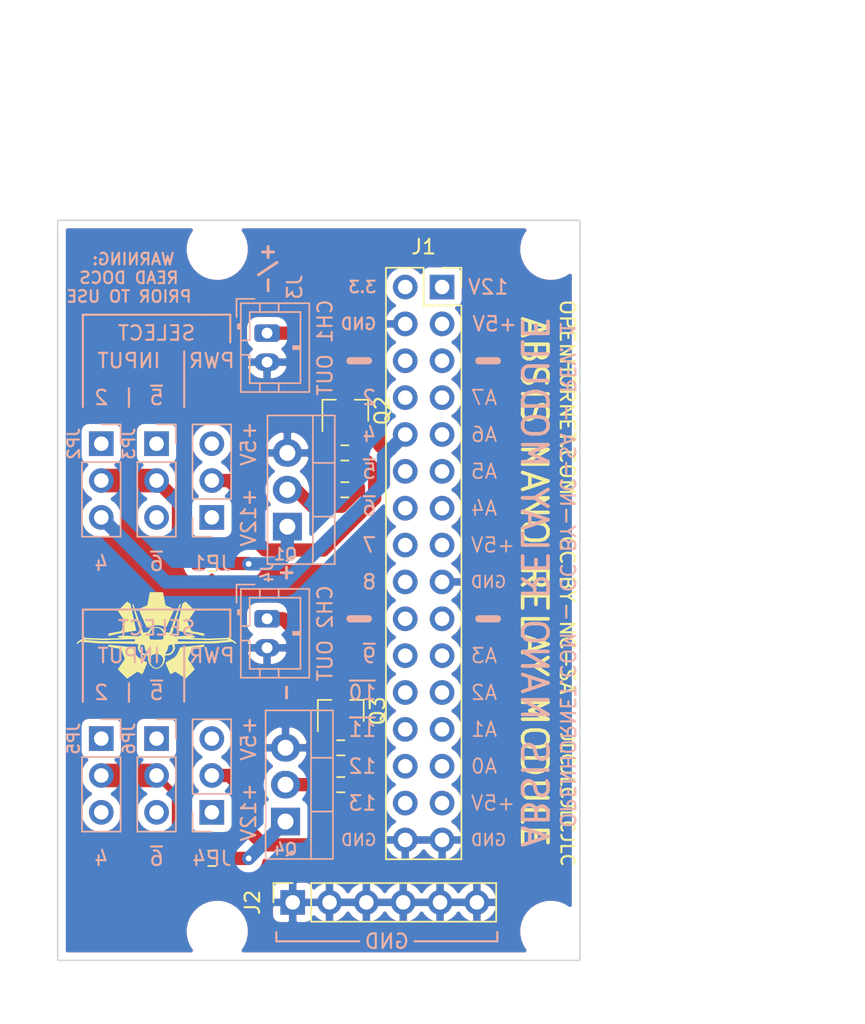
<source format=kicad_pcb>
(kicad_pcb (version 20171130) (host pcbnew "(5.1.9)-1")
  (title_block (title "ABSIS NANO 2.0") (date "jeu. 02 avril 2015") (rev 1) (company OPENHORNET) (comment 1 "CC BY-NC-SA"))
  (layers (0 F.Cu mixed) (1 In1.Cu mixed) (2 In2.Cu mixed) (31 B.Cu mixed) (34 B.Paste user) (35 F.Paste user) (36 B.SilkS user) (37 F.SilkS user) (38 B.Mask user) (39 F.Mask user) (44 Edge.Cuts user))
  (net 0 "")
  (net 1 GND)
  (net 2 /2)
  (net 3 /4)
  (net 4 "/5(**)")
  (net 5 "/6(**)")
  (net 6 /7)
  (net 7 /8)
  (net 8 "/9(**)")
  (net 9 "/10(**/SS)")
  (net 10 /A7)
  (net 11 /A6)
  (net 12 /A5)
  (net 13 /A4)
  (net 14 /A3)
  (net 15 /A2)
  (net 16 /A1)
  (net 17 /A0)
  (net 18 "/13(SCK)")
  (net 19 "/11(**/MOSI)")
  (net 20 "/12(MISO)")
  (net 21 /+12V_SUPPLY)
  (net 22 /+5V_SUPPLY)
  (net 23 /+3.3V_SUPPLY)
  (net 24 "Net-(J1-Pad20)")
  (net 25 "Net-(J1-Pad19)")
  (net 26 "Net-(J1-Pad6)")
  (net 27 "Net-(J1-Pad5)")
  (net 28 /CH1_OUT)
  (net 29 /CH2_OUT)
  (net 30 /CH1_V+)
  (net 31 /CH2_V+)
  (net 32 "Net-(Q1-Pad2)")
  (net 33 "Net-(Q1-Pad1)")
  (net 34 "Net-(Q2-Pad1)")
  (net 35 "Net-(Q3-Pad1)")
  (net 36 "Net-(Q4-Pad2)")
  (net 37 "Net-(Q4-Pad1)")
  (net 38 /CH1_CTRL)
  (net 39 /CH2_CTRL)
  (net 40 "Net-(J1-Pad29)")
  (net 41 "Net-(J1-Pad15)")
  (module Connector_PinHeader_2.54mm:PinHeader_1x03_P2.54mm_Vertical (layer B.Cu) (at 128.625 99.525 180)
    (fp_text reference JP6 (at 1.905 0 90) (layer B.SilkS) (effects (font (size 0.8 0.8)) (justify mirror)))
    (fp_text value "CH2 SEL B")
    (pad 3 thru_hole oval (at 0 -5.08 180) (size 1.7 1.7) (drill 1) (layers *.Cu *.Mask) (net 5 "/6(**)"))
    (pad 2 thru_hole oval (at 0 -2.54 180) (size 1.7 1.7) (drill 1) (layers *.Cu *.Mask) (net 39 /CH2_CTRL))
    (pad 1 thru_hole rect (at 0 0 180) (size 1.7 1.7) (drill 1) (layers *.Cu *.Mask) (net 4 "/5(**)"))
  )
  (module Connector_PinHeader_2.54mm:PinHeader_1x03_P2.54mm_Vertical (layer B.Cu) (at 124.815 99.525 180)
    (fp_text reference JP5 (at 1.905 0 90) (layer B.SilkS) (effects (font (size 0.8 0.8)) (justify mirror)))
    (fp_text value "CH2 SEL A")
    (pad 3 thru_hole oval (at 0 -5.08 180) (size 1.7 1.7) (drill 1) (layers *.Cu *.Mask) (net 3 /4))
    (pad 2 thru_hole oval (at 0 -2.54 180) (size 1.7 1.7) (drill 1) (layers *.Cu *.Mask) (net 39 /CH2_CTRL))
    (pad 1 thru_hole rect (at 0 0 180) (size 1.7 1.7) (drill 1) (layers *.Cu *.Mask) (net 2 /2))
  )
  (module Connector_PinHeader_2.54mm:PinHeader_1x03_P2.54mm_Vertical (layer B.Cu) (at 128.625 79.205 180)
    (fp_text reference JP3 (at 1.905 0 270) (layer B.SilkS) (effects (font (size 0.8 0.8)) (justify mirror)))
    (fp_text value "CH1 SEL B")
    (pad 3 thru_hole oval (at 0 -5.08 180) (size 1.7 1.7) (drill 1) (layers *.Cu *.Mask) (net 5 "/6(**)"))
    (pad 2 thru_hole oval (at 0 -2.54 180) (size 1.7 1.7) (drill 1) (layers *.Cu *.Mask) (net 38 /CH1_CTRL))
    (pad 1 thru_hole rect (at 0 0 180) (size 1.7 1.7) (drill 1) (layers *.Cu *.Mask) (net 4 "/5(**)"))
  )
  (module Connector_PinHeader_2.54mm:PinHeader_1x03_P2.54mm_Vertical (layer B.Cu) (at 124.815 79.205 180)
    (fp_text reference JP2 (at 1.905 0 270) (layer B.SilkS) (effects (font (size 0.8 0.8)) (justify mirror)))
    (fp_text value "CH1 SEL A")
    (pad 3 thru_hole oval (at 0 -5.08 180) (size 1.7 1.7) (drill 1) (layers *.Cu *.Mask) (net 3 /4))
    (pad 2 thru_hole oval (at 0 -2.54 180) (size 1.7 1.7) (drill 1) (layers *.Cu *.Mask) (net 38 /CH1_CTRL))
    (pad 1 thru_hole rect (at 0 0 180) (size 1.7 1.7) (drill 1) (layers *.Cu *.Mask) (net 2 /2))
  )
  (module Resistor_SMD:R_0603_1608Metric_Pad0.98x0.95mm_HandSolder (layer F.Cu) (at 132.435 107.78)
    (fp_text reference R6)
    (fp_text value 10K)
    (pad 2 smd roundrect (at 0.9125 0) (size 0.975 0.95) (layers F.Cu F.Paste F.Mask) (net 37 "Net-(Q4-Pad1)"))
    (pad 1 smd roundrect (at -0.9125 0) (size 0.975 0.95) (layers F.Cu F.Paste F.Mask) (net 39 /CH2_CTRL))
  )
  (module Resistor_SMD:R_0603_1608Metric_Pad0.98x0.95mm_HandSolder (layer F.Cu) (at 141.325 102.7 180)
    (fp_text reference R5)
    (fp_text value 10K)
    (pad 2 smd roundrect (at 0.9125 0 180) (size 0.975 0.95) (layers F.Cu F.Paste F.Mask) (net 36 "Net-(Q4-Pad2)"))
    (pad 1 smd roundrect (at -0.9125 0 180) (size 0.975 0.95) (layers F.Cu F.Paste F.Mask) (net 35 "Net-(Q3-Pad1)"))
  )
  (module Resistor_SMD:R_0603_1608Metric_Pad0.98x0.95mm_HandSolder (layer F.Cu) (at 141.325 100.16)
    (fp_text reference R4)
    (fp_text value 10K)
    (pad 2 smd roundrect (at 0.9125 0) (size 0.975 0.95) (layers F.Cu F.Paste F.Mask) (net 31 /CH2_V+))
    (pad 1 smd roundrect (at -0.9125 0) (size 0.975 0.95) (layers F.Cu F.Paste F.Mask) (net 35 "Net-(Q3-Pad1)"))
  )
  (module Resistor_SMD:R_0603_1608Metric_Pad0.98x0.95mm_HandSolder (layer F.Cu) (at 132.435 87.46)
    (fp_text reference R3)
    (fp_text value 10K)
    (pad 2 smd roundrect (at 0.9125 0) (size 0.975 0.95) (layers F.Cu F.Paste F.Mask) (net 33 "Net-(Q1-Pad1)"))
    (pad 1 smd roundrect (at -0.9125 0) (size 0.975 0.95) (layers F.Cu F.Paste F.Mask) (net 38 /CH1_CTRL))
  )
  (module Resistor_SMD:R_0603_1608Metric_Pad0.98x0.95mm_HandSolder (layer F.Cu) (at 141.6025 79.84)
    (fp_text reference R2)
    (fp_text value 10K)
    (pad 2 smd roundrect (at 0.9125 0) (size 0.975 0.95) (layers F.Cu F.Paste F.Mask) (net 30 /CH1_V+))
    (pad 1 smd roundrect (at -0.9125 0) (size 0.975 0.95) (layers F.Cu F.Paste F.Mask) (net 34 "Net-(Q2-Pad1)"))
  )
  (module Resistor_SMD:R_0603_1608Metric_Pad0.98x0.95mm_HandSolder (layer F.Cu) (at 141.6025 82.38)
    (fp_text reference R1)
    (fp_text value 10K)
    (pad 2 smd roundrect (at 0.9125 0) (size 0.975 0.95) (layers F.Cu F.Paste F.Mask) (net 32 "Net-(Q1-Pad2)"))
    (pad 1 smd roundrect (at -0.9125 0) (size 0.975 0.95) (layers F.Cu F.Paste F.Mask) (net 34 "Net-(Q2-Pad1)"))
  )
  (module Package_TO_SOT_THT:TO-220-3_Vertical (layer B.Cu) (at 137.515 105.24 90)
    (fp_text reference Q4 (at -1.905 0) (layer B.SilkS) (effects (font (size 0.8 0.8)) (justify mirror)))
    (fp_text value IRFB3206PBF)
    (pad 3 thru_hole oval (at 5.08 0 90) (size 1.905 2) (drill 1.1) (layers *.Cu *.Mask) (net 1 GND))
    (pad 2 thru_hole oval (at 2.54 0 90) (size 1.905 2) (drill 1.1) (layers *.Cu *.Mask) (net 36 "Net-(Q4-Pad2)"))
    (pad 1 thru_hole rect (at 0 0 90) (size 1.905 2) (drill 1.1) (layers *.Cu *.Mask) (net 37 "Net-(Q4-Pad1)"))
  )
  (module Package_TO_SOT_SMD:SOT-23 (layer F.Cu) (at 141.325 97.62 90)
    (fp_text reference Q3 (at 0 2.54 90) (layer F.SilkS))
    (fp_text value IRLML6402TRPBF)
    (pad 3 smd rect (at 1 0 90) (size 0.9 0.8) (layers F.Cu F.Paste F.Mask) (net 29 /CH2_OUT))
    (pad 2 smd rect (at -1 0.95 90) (size 0.9 0.8) (layers F.Cu F.Paste F.Mask) (net 31 /CH2_V+))
    (pad 1 smd rect (at -1 -0.95 90) (size 0.9 0.8) (layers F.Cu F.Paste F.Mask) (net 35 "Net-(Q3-Pad1)"))
  )
  (module Package_TO_SOT_SMD:SOT-23 (layer F.Cu) (at 141.64 76.935 90)
    (fp_text reference Q2 (at 0 2.54 90) (layer F.SilkS))
    (fp_text value IRLML6402TRPBF)
    (pad 3 smd rect (at 1 0 90) (size 0.9 0.8) (layers F.Cu F.Paste F.Mask) (net 28 /CH1_OUT))
    (pad 2 smd rect (at -1 0.95 90) (size 0.9 0.8) (layers F.Cu F.Paste F.Mask) (net 30 /CH1_V+))
    (pad 1 smd rect (at -1 -0.95 90) (size 0.9 0.8) (layers F.Cu F.Paste F.Mask) (net 34 "Net-(Q2-Pad1)"))
  )
  (module Package_TO_SOT_THT:TO-220-3_Vertical (layer B.Cu) (at 137.642 84.92 90)
    (fp_text reference Q1 (at -1.905 -0.127 180) (layer B.SilkS) (effects (font (size 0.8 0.8)) (justify mirror)))
    (fp_text value IRFB3206PBF)
    (pad 3 thru_hole oval (at 5.08 0 90) (size 1.905 2) (drill 1.1) (layers *.Cu *.Mask) (net 1 GND))
    (pad 2 thru_hole oval (at 2.54 0 90) (size 1.905 2) (drill 1.1) (layers *.Cu *.Mask) (net 32 "Net-(Q1-Pad2)"))
    (pad 1 thru_hole rect (at 0 0 90) (size 1.905 2) (drill 1.1) (layers *.Cu *.Mask) (net 33 "Net-(Q1-Pad1)"))
  )
  (module Connector_PinHeader_2.54mm:PinHeader_1x03_P2.54mm_Vertical (layer B.Cu) (at 132.435 104.605)
    (fp_text reference JP4 (at 0 3.175 180) (layer B.SilkS) (effects (justify mirror)))
    (fp_text value "CH2 PWR SEL")
    (pad 3 thru_hole oval (at 0 -5.08) (size 1.7 1.7) (drill 1) (layers *.Cu *.Mask) (net 22 /+5V_SUPPLY))
    (pad 2 thru_hole oval (at 0 -2.54) (size 1.7 1.7) (drill 1) (layers *.Cu *.Mask) (net 31 /CH2_V+))
    (pad 1 thru_hole rect (at 0 0) (size 1.7 1.7) (drill 1) (layers *.Cu *.Mask) (net 21 /+12V_SUPPLY))
  )
  (module Connector_PinHeader_2.54mm:PinHeader_1x03_P2.54mm_Vertical (layer B.Cu) (at 132.435 84.285)
    (fp_text reference JP1 (at 0 3.175 180) (layer B.SilkS) (effects (justify mirror)))
    (fp_text value "CH1 PWR SEL")
    (pad 3 thru_hole oval (at 0 -5.08) (size 1.7 1.7) (drill 1) (layers *.Cu *.Mask) (net 22 /+5V_SUPPLY))
    (pad 2 thru_hole oval (at 0 -2.54) (size 1.7 1.7) (drill 1) (layers *.Cu *.Mask) (net 30 /CH1_V+))
    (pad 1 thru_hole rect (at 0 0) (size 1.7 1.7) (drill 1) (layers *.Cu *.Mask) (net 21 /+12V_SUPPLY))
  )
  (module Connector_JST:JST_PH_B2B-PH-K_1x02_P2.00mm_Vertical (layer B.Cu) (at 136.245 91.27 270)
    (fp_text reference J4 (at -3.175 0 270) (layer B.SilkS) (effects (font (size 0.8 0.8)) (justify mirror)))
    (fp_text value "CH2 OUT" (at 1 -4 270) (layer B.SilkS) (effects (justify mirror)))
    (pad 2 thru_hole oval (at 2 0 270) (size 1.2 1.75) (drill 0.75) (layers *.Cu *.Mask) (net 1 GND))
    (pad 1 thru_hole roundrect (at 0 0 270) (size 1.2 1.75) (drill 0.75) (layers *.Cu *.Mask) (roundrect_rratio 0.2083325) (net 29 /CH2_OUT))
  )
  (module Connector_JST:JST_PH_B2B-PH-K_1x02_P2.00mm_Vertical (layer B.Cu) (at 136.245 71.585 270)
    (fp_text reference J3 (at -3.175 -1.905 270) (layer B.SilkS) (effects (justify mirror)))
    (fp_text value "CH1 OUT" (at 1 -4 270) (layer B.SilkS) (effects (justify mirror)))
    (pad 2 thru_hole oval (at 2 0 270) (size 1.2 1.75) (drill 0.75) (layers *.Cu *.Mask) (net 1 GND))
    (pad 1 thru_hole roundrect (at 0 0 270) (size 1.2 1.75) (drill 0.75) (layers *.Cu *.Mask) (roundrect_rratio 0.2083325) (net 28 /CH1_OUT))
  )
  (module Connector_PinSocket_2.54mm:PinSocket_1x06_P2.54mm_Vertical (layer F.Cu) (at 138.01 110.81 90)
    (fp_text reference J2 (at 0 -2.77 -90) (layer F.SilkS))
    (fp_text value GND)
    (pad 6 thru_hole oval (at 0 12.7 90) (size 1.7 1.7) (drill 1) (layers *.Cu *.Mask) (net 1 GND))
    (pad 5 thru_hole oval (at 0 10.16 90) (size 1.7 1.7) (drill 1) (layers *.Cu *.Mask) (net 1 GND))
    (pad 4 thru_hole oval (at 0 7.62 90) (size 1.7 1.7) (drill 1) (layers *.Cu *.Mask) (net 1 GND))
    (pad 3 thru_hole oval (at 0 5.08 90) (size 1.7 1.7) (drill 1) (layers *.Cu *.Mask) (net 1 GND))
    (pad 2 thru_hole oval (at 0 2.54 90) (size 1.7 1.7) (drill 1) (layers *.Cu *.Mask) (net 1 GND))
    (pad 1 thru_hole rect (at 0 0 90) (size 1.7 1.7) (drill 1) (layers *.Cu *.Mask) (net 1 GND))
  )
  (module Connector_PinSocket_2.54mm:PinSocket_2x16_P2.54mm_Vertical (layer F.Cu) (at 148.31 68.41)
    (fp_text reference J1 (at -1.27 -2.77) (layer F.SilkS))
    (fp_text value THRU)
    (pad 32 thru_hole oval (at -2.54 38.1) (size 1.7 1.7) (drill 1) (layers *.Cu *.Mask) (net 1 GND))
    (pad 31 thru_hole oval (at 0 38.1) (size 1.7 1.7) (drill 1) (layers *.Cu *.Mask) (net 1 GND))
    (pad 30 thru_hole oval (at -2.54 35.56) (size 1.7 1.7) (drill 1) (layers *.Cu *.Mask) (net 18 "/13(SCK)"))
    (pad 29 thru_hole oval (at 0 35.56) (size 1.7 1.7) (drill 1) (layers *.Cu *.Mask) (net 40 "Net-(J1-Pad29)"))
    (pad 28 thru_hole oval (at -2.54 33.02) (size 1.7 1.7) (drill 1) (layers *.Cu *.Mask) (net 20 "/12(MISO)"))
    (pad 27 thru_hole oval (at 0 33.02) (size 1.7 1.7) (drill 1) (layers *.Cu *.Mask) (net 17 /A0))
    (pad 26 thru_hole oval (at -2.54 30.48) (size 1.7 1.7) (drill 1) (layers *.Cu *.Mask) (net 19 "/11(**/MOSI)"))
    (pad 25 thru_hole oval (at 0 30.48) (size 1.7 1.7) (drill 1) (layers *.Cu *.Mask) (net 16 /A1))
    (pad 24 thru_hole oval (at -2.54 27.94) (size 1.7 1.7) (drill 1) (layers *.Cu *.Mask) (net 9 "/10(**/SS)"))
    (pad 23 thru_hole oval (at 0 27.94) (size 1.7 1.7) (drill 1) (layers *.Cu *.Mask) (net 15 /A2))
    (pad 22 thru_hole oval (at -2.54 25.4) (size 1.7 1.7) (drill 1) (layers *.Cu *.Mask) (net 8 "/9(**)"))
    (pad 21 thru_hole oval (at 0 25.4) (size 1.7 1.7) (drill 1) (layers *.Cu *.Mask) (net 14 /A3))
    (pad 20 thru_hole oval (at -2.54 22.86) (size 1.7 1.7) (drill 1) (layers *.Cu *.Mask) (net 24 "Net-(J1-Pad20)"))
    (pad 19 thru_hole oval (at 0 22.86) (size 1.7 1.7) (drill 1) (layers *.Cu *.Mask) (net 25 "Net-(J1-Pad19)"))
    (pad 18 thru_hole oval (at -2.54 20.32) (size 1.7 1.7) (drill 1) (layers *.Cu *.Mask) (net 7 /8))
    (pad 17 thru_hole oval (at 0 20.32) (size 1.7 1.7) (drill 1) (layers *.Cu *.Mask) (net 1 GND))
    (pad 16 thru_hole oval (at -2.54 17.78) (size 1.7 1.7) (drill 1) (layers *.Cu *.Mask) (net 6 /7))
    (pad 15 thru_hole oval (at 0 17.78) (size 1.7 1.7) (drill 1) (layers *.Cu *.Mask) (net 41 "Net-(J1-Pad15)"))
    (pad 14 thru_hole oval (at -2.54 15.24) (size 1.7 1.7) (drill 1) (layers *.Cu *.Mask) (net 5 "/6(**)"))
    (pad 13 thru_hole oval (at 0 15.24) (size 1.7 1.7) (drill 1) (layers *.Cu *.Mask) (net 13 /A4))
    (pad 12 thru_hole oval (at -2.54 12.7) (size 1.7 1.7) (drill 1) (layers *.Cu *.Mask) (net 4 "/5(**)"))
    (pad 11 thru_hole oval (at 0 12.7) (size 1.7 1.7) (drill 1) (layers *.Cu *.Mask) (net 12 /A5))
    (pad 10 thru_hole oval (at -2.54 10.16) (size 1.7 1.7) (drill 1) (layers *.Cu *.Mask) (net 3 /4))
    (pad 9 thru_hole oval (at 0 10.16) (size 1.7 1.7) (drill 1) (layers *.Cu *.Mask) (net 11 /A6))
    (pad 8 thru_hole oval (at -2.54 7.62) (size 1.7 1.7) (drill 1) (layers *.Cu *.Mask) (net 2 /2))
    (pad 7 thru_hole oval (at 0 7.62) (size 1.7 1.7) (drill 1) (layers *.Cu *.Mask) (net 10 /A7))
    (pad 6 thru_hole oval (at -2.54 5.08) (size 1.7 1.7) (drill 1) (layers *.Cu *.Mask) (net 26 "Net-(J1-Pad6)"))
    (pad 5 thru_hole oval (at 0 5.08) (size 1.7 1.7) (drill 1) (layers *.Cu *.Mask) (net 27 "Net-(J1-Pad5)"))
    (pad 4 thru_hole oval (at -2.54 2.54) (size 1.7 1.7) (drill 1) (layers *.Cu *.Mask) (net 1 GND))
    (pad 3 thru_hole oval (at 0 2.54) (size 1.7 1.7) (drill 1) (layers *.Cu *.Mask) (net 22 /+5V_SUPPLY))
    (pad 2 thru_hole oval (at -2.54 0) (size 1.7 1.7) (drill 1) (layers *.Cu *.Mask) (net 23 /+3.3V_SUPPLY))
    (pad 1 thru_hole rect (at 0 0) (size 1.7 1.7) (drill 1) (layers *.Cu *.Mask) (net 21 /+12V_SUPPLY))
  )
  (module "KiCAD Libraries:OH_LOGO_ONLY_11x6mm" (layer F.Cu) (at 128.625 92.54)
    (fp_text reference LOGO1 hide)
    (fp_text value OpenHornetLogoSmall hide)
  )
  (module MountingHole:MountingHole_3.2mm_M3_DIN965 (layer F.Cu) (at 155.81 112.81)
    (fp_text reference H4 hide)
    (fp_text value MH)
    (pad 1 np_thru_hole circle (at 0 0) (size 3.2 3.2) (drill 3.2) (layers *.Cu *.Mask))
  )
  (module MountingHole:MountingHole_3.2mm_M3_DIN965 (layer F.Cu) (at 132.81 112.81)
    (fp_text reference H3 hide)
    (fp_text value MH)
    (pad 1 np_thru_hole circle (at 0 0) (size 3.2 3.2) (drill 3.2) (layers *.Cu *.Mask))
  )
  (module MountingHole:MountingHole_3.2mm_M3_DIN965 (layer F.Cu) (at 155.81 65.81)
    (fp_text reference H2 hide)
    (fp_text value MH)
    (pad 1 np_thru_hole circle (at 0 0) (size 3.2 3.2) (drill 3.2) (layers *.Cu *.Mask))
  )
  (module MountingHole:MountingHole_3.2mm_M3_DIN965 (layer F.Cu) (at 132.81 65.81)
    (fp_text reference H1 hide)
    (fp_text value MH)
    (pad 1 np_thru_hole circle (at 0 0) (size 3.2 3.2) (drill 3.2) (layers *.Cu *.Mask))
  )
  (gr_text "WARNING: \nREAD DOCS\nPRIOR TO USE" (at 126.72 67.775) (layer B.SilkS) (effects (font (size 0.8 0.8)) (justify mirror)))
  (gr_text "ABSIS NANO RELAY MODULE" (at 154.66 88.73 270) (layer F.SilkS) (effects (font (size 1.75 1.75) (thickness 0.25))))
  (gr_text - (at 137.515 96.35 90) (layer B.SilkS) (effects (font (size 1 1) (thickness 0.2)) (justify mirror)))
  (gr_text + (at 137.515 88.095 90) (layer B.SilkS) (effects (font (size 1 1) (thickness 0.2)) (justify mirror)))
  (gr_text +/- (at 136.245 67.14 90) (layer B.SilkS) (effects (font (size 1 1) (thickness 0.2)) (justify mirror)))
  (gr_text +5V (at 134.975 79.205 90) (layer B.SilkS) (effects (font (size 1 1)) (justify mirror)))
  (gr_text +12V (at 134.975 84.285 90) (layer B.SilkS) (effects (font (size 1 1)) (justify mirror)))
  (gr_text 4 (at 124.815 87.46) (layer B.SilkS) (effects (font (size 1 1)) (justify mirror)))
  (gr_text ~6 (at 128.625 87.46) (layer B.SilkS) (effects (font (size 1 1)) (justify mirror)))
  (gr_text ~5 (at 128.625 76.03) (layer B.SilkS) (effects (font (size 1 1)) (justify mirror)))
  (gr_text 2 (at 124.815 76.03) (layer B.SilkS) (effects (font (size 1 1)) (justify mirror)))
  (gr_text PWR (at 132.435 73.49) (layer B.SilkS) (effects (font (size 1 1)) (justify mirror)))
  (gr_text INPUT (at 126.72 73.49) (layer B.SilkS) (effects (font (size 1 1)) (justify mirror)))
  (gr_text SELECT (at 128.625 71.585) (layer B.SilkS) (effects (font (size 1 1)) (justify mirror)))
  (gr_line (start 126.72 75.395) (end 126.72 76.665) (layer B.SilkS) (width 0.15))
  (gr_line (start 131.8 70.315) (end 133.705 70.315) (layer B.SilkS) (width 0.15))
  (gr_line (start 133.705 70.315) (end 133.705 72.22) (layer B.SilkS) (width 0.15))
  (gr_line (start 123.545 70.315) (end 131.8 70.315) (layer B.SilkS) (width 0.15))
  (gr_line (start 130.53 75.395) (end 130.53 72.855) (layer B.SilkS) (width 0.15))
  (gr_line (start 123.545 76.665) (end 123.545 70.315) (layer B.SilkS) (width 0.15))
  (gr_line (start 130.53 75.395) (end 130.53 76.665) (layer B.SilkS) (width 0.15))
  (gr_line (start 136.88 113.495) (end 136.88 112.86) (layer B.SilkS) (width 0.15))
  (gr_line (start 142.595 113.495) (end 136.88 113.495) (layer B.SilkS) (width 0.15))
  (gr_line (start 152.12 113.495) (end 152.12 112.86) (layer B.SilkS) (width 0.15))
  (gr_line (start 146.405 113.495) (end 152.12 113.495) (layer B.SilkS) (width 0.15))
  (gr_text GND (at 144.5 113.495) (layer B.SilkS) (effects (font (size 1 1)) (justify mirror)))
  (gr_line (start 130.53 95.715) (end 130.53 93.175) (layer B.SilkS) (width 0.15))
  (gr_line (start 133.705 90.635) (end 133.705 92.54) (layer B.SilkS) (width 0.15))
  (gr_line (start 131.8 90.635) (end 133.705 90.635) (layer B.SilkS) (width 0.15))
  (gr_line (start 130.53 95.715) (end 130.53 96.985) (layer B.SilkS) (width 0.15))
  (gr_line (start 126.72 95.715) (end 126.72 96.985) (layer B.SilkS) (width 0.15))
  (gr_line (start 123.545 90.635) (end 131.8 90.635) (layer B.SilkS) (width 0.15))
  (gr_line (start 123.545 96.985) (end 123.545 90.635) (layer B.SilkS) (width 0.15))
  (gr_text SELECT (at 128.625 91.905) (layer B.SilkS) (effects (font (size 1 1)) (justify mirror)))
  (gr_text PWR (at 132.435 93.81) (layer B.SilkS) (effects (font (size 1 1)) (justify mirror)))
  (gr_text INPUT (at 126.72 93.81) (layer B.SilkS) (effects (font (size 1 1)) (justify mirror)))
  (gr_line (start 150.85 73.49) (end 152.12 73.49) (layer B.SilkS) (width 0.5))
  (gr_line (start 141.96 73.49) (end 143.23 73.49) (layer B.SilkS) (width 0.5))
  (gr_line (start 141.96 91.27) (end 143.23 91.27) (layer B.SilkS) (width 0.5))
  (gr_line (start 150.85 91.27) (end 152.12 91.27) (layer B.SilkS) (width 0.5))
  (gr_text +12V (at 134.975 104.605 90) (layer B.SilkS) (effects (font (size 1 1)) (justify mirror)))
  (gr_text +5V (at 134.975 99.525 90) (layer B.SilkS) (effects (font (size 1 1)) (justify mirror)))
  (gr_text ~5 (at 128.625 96.35) (layer B.SilkS) (effects (font (size 1 1)) (justify mirror)))
  (gr_text ~6 (at 128.625 107.78) (layer B.SilkS) (effects (font (size 1 1)) (justify mirror)))
  (gr_text 4 (at 124.815 107.78) (layer B.SilkS) (effects (font (size 1 1)) (justify mirror)))
  (gr_text 2 (at 124.815 96.35) (layer B.SilkS) (effects (font (size 1 1)) (justify mirror)))
  (gr_text JLCJLCJLCJLC (at 156.946 103.716 270) (layer F.SilkS) (effects (font (size 0.9 0.9))))
  (gr_text GND (at 143.865 106.51) (layer B.SilkS) (effects (font (size 0.8 0.8) (thickness 0.125)) (justify left mirror)))
  (gr_text GND (at 150.215 106.51) (layer B.SilkS) (effects (font (size 0.8 0.8) (thickness 0.125)) (justify right mirror)))
  (gr_text +5V (at 150.215 103.97) (layer B.SilkS) (effects (font (size 1 1) (thickness 0.125)) (justify right mirror)))
  (gr_line (start 157.81 114.81) (end 157.81 63.81) (layer Edge.Cuts) (width 0.1))
  (gr_line (start 121.81 114.81) (end 157.81 114.81) (layer Edge.Cuts) (width 0.1))
  (gr_line (start 121.81 63.81) (end 121.81 114.81) (layer Edge.Cuts) (width 0.1))
  (gr_line (start 157.81 63.81) (end 121.81 63.81) (layer Edge.Cuts) (width 0.1))
  (gr_text "OPENHORNET.COM - CC BY-NC-SA" (at 156.946 82.888 270) (layer F.SilkS) (effects (font (size 1 1))))
  (gr_text "ABSIS NANO RELAY MODULE" (at 154.66 88.73 -90) (layer B.SilkS) (effects (font (size 1.75 1.75) (thickness 0.25)) (justify mirror)))
  (gr_text "OPENHORNET.COM - CC BY-NC-SA - REV: 1" (at 156.946 88.222 -90) (layer B.SilkS) (effects (font (size 1 1)) (justify mirror)))
  (gr_text 3.3 (at 143.865 68.41) (layer B.SilkS) (effects (font (size 0.8 0.8)) (justify left mirror)))
  (gr_text GND (at 143.865 70.95) (layer B.SilkS) (effects (font (size 0.8 0.8)) (justify left mirror)))
  (gr_text +5V (at 150.31 70.95) (layer B.SilkS) (effects (font (size 1 1)) (justify right mirror)))
  (gr_text 12V (at 151.485 68.41) (layer B.SilkS) (effects (font (size 1 1)) (justify mirror)))
  (gr_text 8 (at 143.865 88.73) (layer B.SilkS) (effects (font (size 1 1)) (justify left mirror)))
  (gr_text 7 (at 143.865 86.19) (layer B.SilkS) (effects (font (size 1 1)) (justify left mirror)))
  (gr_text 13 (at 143.865 103.97) (layer B.SilkS) (effects (font (size 1 1)) (justify left mirror)))
  (gr_text ~6 (at 143.865 83.65) (layer B.SilkS) (effects (font (size 1 1)) (justify left mirror)))
  (gr_text 12 (at 143.865 101.43) (layer B.SilkS) (effects (font (size 1 1)) (justify left mirror)))
  (gr_text ~5 (at 143.865 81.11) (layer B.SilkS) (effects (font (size 1 1)) (justify left mirror)))
  (gr_text ~11 (at 143.865 98.89) (layer B.SilkS) (effects (font (size 1 1)) (justify left mirror)))
  (gr_text 4 (at 143.865 78.57) (layer B.SilkS) (effects (font (size 1 1)) (justify left mirror)))
  (gr_text ~10 (at 143.865 96.35) (layer B.SilkS) (effects (font (size 1 1)) (justify left mirror)))
  (gr_text 2 (at 143.865 76.03) (layer B.SilkS) (effects (font (size 1 1)) (justify left mirror)))
  (gr_text ~9 (at 143.865 93.81) (layer B.SilkS) (effects (font (size 1 1)) (justify left mirror)))
  (gr_text A4 (at 150.215 83.65) (layer B.SilkS) (effects (font (size 1 1) (thickness 0.125)) (justify right mirror)))
  (gr_text A0 (at 150.215 101.43) (layer B.SilkS) (effects (font (size 1 1) (thickness 0.125)) (justify right mirror)))
  (gr_text A5 (at 150.215 81.11) (layer B.SilkS) (effects (font (size 1 1) (thickness 0.125)) (justify right mirror)))
  (gr_text A1 (at 150.215 98.89) (layer B.SilkS) (effects (font (size 1 1) (thickness 0.125)) (justify right mirror)))
  (gr_text A6 (at 150.215 78.57) (layer B.SilkS) (effects (font (size 1 1) (thickness 0.125)) (justify right mirror)))
  (gr_text A2 (at 150.215 96.35) (layer B.SilkS) (effects (font (size 1 1) (thickness 0.125)) (justify right mirror)))
  (gr_text A7 (at 150.215 76.03) (layer B.SilkS) (effects (font (size 1 1) (thickness 0.125)) (justify right mirror)))
  (gr_text A3 (at 150.215 93.81) (layer B.SilkS) (effects (font (size 1 1) (thickness 0.125)) (justify right mirror)))
  (gr_text GND (at 150.215 88.73) (layer B.SilkS) (effects (font (size 0.8 0.8) (thickness 0.125)) (justify right mirror)))
  (gr_text +5V (at 150.215 86.19) (layer B.SilkS) (effects (font (size 1 1) (thickness 0.125)) (justify right mirror)))
  (segment (start 144.262799 80.077201) (end 144.262799 81.982201) (width 0.9144) (layer B.Cu) (net 3))
  (segment (start 145.77 78.57) (end 144.262799 80.077201) (width 0.9144) (layer B.Cu) (net 3))
  (segment (start 144.262799 81.982201) (end 137.515 88.73) (width 0.9144) (layer B.Cu) (net 3))
  (segment (start 129.26 88.73) (end 124.815 84.285) (width 0.9144) (layer B.Cu) (net 3))
  (segment (start 137.515 88.73) (end 129.26 88.73) (width 0.9144) (layer B.Cu) (net 3))
  (segment (start 141.64 75.935) (end 141.64 74.44) (width 0.9144) (layer F.Cu) (net 28))
  (segment (start 138.785 71.585) (end 136.245 71.585) (width 0.9144) (layer F.Cu) (net 28))
  (segment (start 141.64 74.44) (end 138.785 71.585) (width 0.9144) (layer F.Cu) (net 28))
  (segment (start 137.3394 91.27) (end 136.245 91.27) (width 0.9144) (layer F.Cu) (net 29))
  (segment (start 141.325 95.2556) (end 137.3394 91.27) (width 0.9144) (layer F.Cu) (net 29))
  (segment (start 141.325 96.62) (end 141.325 95.2556) (width 0.9144) (layer F.Cu) (net 29))
  (segment (start 142.59 79.765) (end 142.515 79.84) (width 0.9144) (layer F.Cu) (net 30))
  (segment (start 142.59 77.935) (end 142.59 79.765) (width 0.9144) (layer F.Cu) (net 30))
  (segment (start 140.118113 86.529701) (end 136.116239 86.529701) (width 0.9144) (layer F.Cu) (net 30))
  (segment (start 143.65971 82.988104) (end 140.118113 86.529701) (width 0.9144) (layer F.Cu) (net 30))
  (segment (start 143.65971 80.98471) (end 143.65971 82.988104) (width 0.9144) (layer F.Cu) (net 30))
  (segment (start 136.116239 86.529701) (end 134.975 85.388462) (width 0.9144) (layer F.Cu) (net 30))
  (segment (start 142.515 79.84) (end 143.65971 80.98471) (width 0.9144) (layer F.Cu) (net 30))
  (segment (start 133.637081 81.745) (end 132.435 81.745) (width 0.9144) (layer F.Cu) (net 30))
  (segment (start 134.975 83.082919) (end 133.637081 81.745) (width 0.9144) (layer F.Cu) (net 30))
  (segment (start 134.975 85.388462) (end 134.975 83.082919) (width 0.9144) (layer F.Cu) (net 30))
  (segment (start 142.2375 98.6575) (end 142.275 98.62) (width 0.9144) (layer F.Cu) (net 31))
  (segment (start 142.2375 100.16) (end 142.2375 98.6575) (width 0.9144) (layer F.Cu) (net 31))
  (segment (start 139.840613 106.849701) (end 135.989239 106.849701) (width 0.9144) (layer F.Cu) (net 31))
  (segment (start 143.38221 103.308104) (end 139.840613 106.849701) (width 0.9144) (layer F.Cu) (net 31))
  (segment (start 143.38221 101.30471) (end 143.38221 103.308104) (width 0.9144) (layer F.Cu) (net 31))
  (segment (start 135.989239 106.849701) (end 134.975 105.835462) (width 0.9144) (layer F.Cu) (net 31))
  (segment (start 142.2375 100.16) (end 143.38221 101.30471) (width 0.9144) (layer F.Cu) (net 31))
  (segment (start 133.637081 102.065) (end 132.435 102.065) (width 0.9144) (layer F.Cu) (net 31))
  (segment (start 134.975 103.402919) (end 133.637081 102.065) (width 0.9144) (layer F.Cu) (net 31))
  (segment (start 134.975 105.835462) (end 134.975 103.402919) (width 0.9144) (layer F.Cu) (net 31))
  (segment (start 138.237462 82.38) (end 137.642 82.38) (width 0.9144) (layer F.Cu) (net 32))
  (segment (start 139.369672 83.51221) (end 138.237462 82.38) (width 0.9144) (layer F.Cu) (net 32))
  (segment (start 141.38279 83.51221) (end 139.369672 83.51221) (width 0.9144) (layer F.Cu) (net 32))
  (segment (start 142.515 82.38) (end 141.38279 83.51221) (width 0.9144) (layer F.Cu) (net 32))
  (segment (start 133.3475 87.46) (end 134.948089 87.46) (width 0.9144) (layer F.Cu) (net 33))
  (via (at 134.975 87.486911) (size 0.6) (drill 0.4) (layers F.Cu B.Cu) (net 33))
  (segment (start 136.941989 87.486911) (end 134.975 87.486911) (width 0.9144) (layer B.Cu) (net 33))
  (segment (start 137.642 84.92) (end 137.642 86.7869) (width 0.9144) (layer B.Cu) (net 33))
  (segment (start 137.642 86.7869) (end 136.941989 87.486911) (width 0.9144) (layer B.Cu) (net 33))
  (segment (start 134.948089 87.46) (end 134.975 87.486911) (width 0.9144) (layer F.Cu) (net 33))
  (segment (start 140.69 77.935) (end 140.69 79.84) (width 0.9144) (layer F.Cu) (net 34))
  (segment (start 140.69 79.84) (end 140.69 82.38) (width 0.9144) (layer F.Cu) (net 34))
  (segment (start 142.2375 101.985) (end 140.4125 100.16) (width 0.9144) (layer F.Cu) (net 35))
  (segment (start 142.2375 102.7) (end 142.2375 101.985) (width 0.9144) (layer F.Cu) (net 35))
  (segment (start 140.4125 98.6575) (end 140.375 98.62) (width 0.9144) (layer F.Cu) (net 35))
  (segment (start 140.4125 100.16) (end 140.4125 98.6575) (width 0.9144) (layer F.Cu) (net 35))
  (segment (start 137.515 102.7) (end 140.4125 102.7) (width 0.9144) (layer F.Cu) (net 36))
  (via (at 134.975 107.78) (size 0.6) (drill 0.4) (layers F.Cu B.Cu) (net 37))
  (segment (start 134.975 107.78) (end 133.3475 107.78) (width 0.9144) (layer F.Cu) (net 37))
  (segment (start 134.975 107.78) (end 137.515 105.24) (width 0.9144) (layer B.Cu) (net 37))
  (segment (start 124.815 81.745) (end 128.625 81.745) (width 1.6256) (layer F.Cu) (net 38))
  (segment (start 130.132201 86.069701) (end 131.5225 87.46) (width 0.9144) (layer F.Cu) (net 38))
  (segment (start 130.132201 83.252201) (end 130.132201 86.069701) (width 0.9144) (layer F.Cu) (net 38))
  (segment (start 128.625 81.745) (end 130.132201 83.252201) (width 0.9144) (layer F.Cu) (net 38))
  (segment (start 124.815 102.065) (end 128.625 102.065) (width 1.6256) (layer F.Cu) (net 39))
  (segment (start 129.903601 106.161101) (end 131.5225 107.78) (width 0.4572) (layer F.Cu) (net 39))
  (segment (start 129.903601 103.343601) (end 129.903601 106.161101) (width 0.4572) (layer F.Cu) (net 39))
  (segment (start 128.625 102.065) (end 129.903601 103.343601) (width 0.4572) (layer F.Cu) (net 39))
  (zone (net 1) (net_name GND) (layer F.Cu) (connect_pads (clearance 0.508)) (min_thickness 0.254) (fill yes (arc_segments 32) (thermal_gap 0.508) (thermal_bridge_width 0.508))
    (polygon (pts (xy 161.01 119.21) (xy 117.83 119.21) (xy 117.83 60.79) (xy 161.01 60.79)))
  )
  (zone (net 1) (net_name GND) (layer B.Cu) (connect_pads (clearance 0.508)) (min_thickness 0.254) (fill yes (arc_segments 32) (thermal_gap 0.508) (thermal_bridge_width 0.508))
    (polygon (pts (xy 161.01 119.21) (xy 117.83 119.21) (xy 117.83 60.79) (xy 161.01 60.79)))
  )
)
</source>
